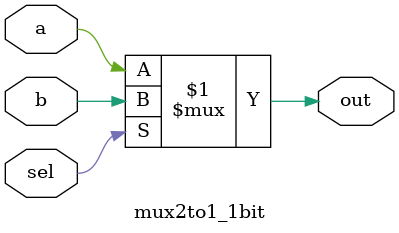
<source format=v>
module mux2to1_1bit (
    input  a,     
    input  b,   
    input  sel,     
    output out 
);

    assign out = sel ? b : a;

endmodule
</source>
